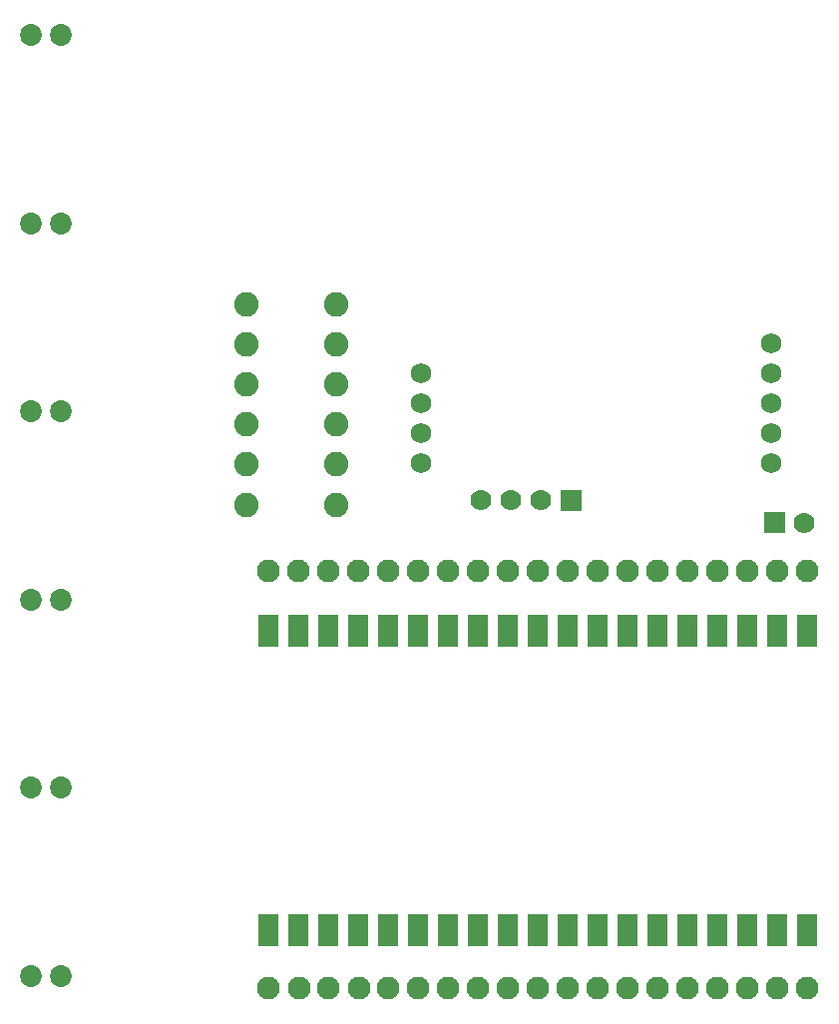
<source format=gts>
G04 Layer: TopSolderMaskLayer*
G04 EasyEDA v6.4.7, 2020-10-29T15:09:56+01:00*
G04 be26d73647f643b9bed1595039a1f13e,8ad6603aa9144f4486dc47fe7e0b0969,10*
G04 Gerber Generator version 0.2*
G04 Scale: 100 percent, Rotated: No, Reflected: No *
G04 Dimensions in millimeters *
G04 leading zeros omitted , absolute positions ,3 integer and 3 decimal *
%FSLAX33Y33*%
%MOMM*%
G90*
D02*

%ADD24C,1.778000*%
%ADD25C,2.082800*%
%ADD26C,1.727200*%
%ADD27C,1.933194*%
%ADD28C,1.854200*%
%ADD29R,1.727200X2.743200*%

%LPD*%
G36*
G01X70485Y46990D02*
G01X70485Y48768D01*
G01X72263Y48768D01*
G01X72263Y46990D01*
G01X70485Y46990D01*
G37*
G54D24*
G01X73914Y47879D03*
G54D25*
G01X26543Y52806D03*
G01X34163Y52806D03*
G54D26*
G01X41402Y52959D03*
G01X41402Y55499D03*
G01X41402Y58039D03*
G01X41402Y60579D03*
G01X71120Y52959D03*
G01X71120Y55499D03*
G01X71120Y58039D03*
G01X71120Y60579D03*
G01X71120Y63119D03*
G36*
G01X53213Y48895D02*
G01X53213Y50673D01*
G01X54991Y50673D01*
G01X54991Y48895D01*
G01X53213Y48895D01*
G37*
G54D24*
G01X51562Y49784D03*
G01X49022Y49784D03*
G01X46482Y49784D03*
G54D27*
G01X28448Y8382D03*
G01X30990Y8384D03*
G01X36070Y8384D03*
G01X33528Y8382D03*
G01X38608Y8382D03*
G01X41148Y8382D03*
G01X43688Y8382D03*
G01X46228Y8382D03*
G01X48768Y8382D03*
G01X51308Y8382D03*
G01X53848Y8382D03*
G01X56388Y8382D03*
G01X58928Y8382D03*
G01X61468Y8382D03*
G01X64008Y8382D03*
G01X66548Y8382D03*
G01X69088Y8382D03*
G01X71628Y8382D03*
G01X74168Y8382D03*
G01X74168Y43815D03*
G01X71625Y43812D03*
G01X66545Y43812D03*
G01X69088Y43815D03*
G01X64008Y43815D03*
G01X61468Y43815D03*
G01X58928Y43815D03*
G01X56388Y43815D03*
G01X53848Y43815D03*
G01X51308Y43815D03*
G01X48768Y43815D03*
G01X46228Y43815D03*
G01X43688Y43815D03*
G01X41148Y43815D03*
G01X38608Y43815D03*
G01X36068Y43815D03*
G01X33528Y43815D03*
G01X30988Y43815D03*
G01X28448Y43815D03*
G54D28*
G01X10795Y89243D03*
G01X8255Y89243D03*
G54D25*
G01X26543Y56210D03*
G01X34163Y56210D03*
G01X26543Y49403D03*
G01X34163Y49403D03*
G01X26543Y59613D03*
G01X34163Y59613D03*
G01X26543Y63017D03*
G01X34163Y63017D03*
G54D28*
G01X10795Y41350D03*
G01X8255Y41350D03*
G01X10795Y25385D03*
G01X8255Y25385D03*
G01X10795Y9421D03*
G01X8255Y9421D03*
G01X10795Y57314D03*
G01X8255Y57314D03*
G01X10795Y73279D03*
G01X8255Y73279D03*
G54D29*
G01X28448Y13335D03*
G01X30988Y13335D03*
G01X33528Y13335D03*
G01X36068Y13335D03*
G01X38608Y13335D03*
G01X41148Y13335D03*
G01X43688Y13335D03*
G01X46228Y13335D03*
G01X48768Y13335D03*
G01X51308Y13335D03*
G01X53848Y13335D03*
G01X56388Y13335D03*
G01X58928Y13335D03*
G01X61468Y13335D03*
G01X64008Y13335D03*
G01X66548Y13335D03*
G01X69088Y13335D03*
G01X71628Y13335D03*
G01X74168Y13335D03*
G01X28448Y38735D03*
G01X30988Y38735D03*
G01X33528Y38735D03*
G01X36068Y38735D03*
G01X38608Y38735D03*
G01X41148Y38735D03*
G01X43688Y38735D03*
G01X46228Y38735D03*
G01X48768Y38735D03*
G01X51308Y38735D03*
G01X53848Y38735D03*
G01X56388Y38735D03*
G01X58928Y38735D03*
G01X61468Y38735D03*
G01X64008Y38735D03*
G01X66548Y38735D03*
G01X69088Y38735D03*
G01X71628Y38735D03*
G01X74168Y38735D03*
G54D25*
G01X26543Y66421D03*
G01X34163Y66421D03*
M00*
M02*

</source>
